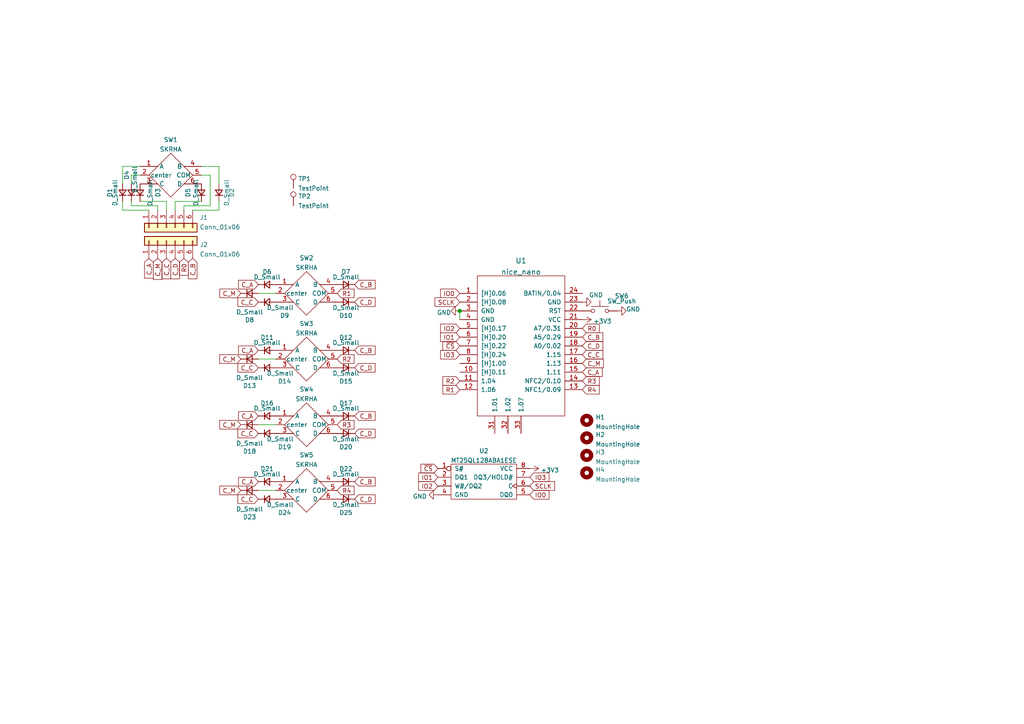
<source format=kicad_sch>
(kicad_sch (version 20211123) (generator eeschema)
  (paper "A4")
  (lib_symbols
    (symbol "Connector:TestPoint" (pin_numbers hide) (pin_names (offset 0.762) hide)
      (property "Reference" "TP" (at 0 6.858 0))
      (property "Value" "TestPoint" (at 0 5.08 0))
      (symbol "TestPoint_0_1"
        (circle (center 0 3.302) (radius 0.762))
      )
      (symbol "TestPoint_1_1"
        (pin passive line (at 0 0 90) (length 2.54) (name "1") (number "1"))
      )
    )
    (symbol "Connector_Generic:Conn_01x06" (pin_names (offset 1.016) hide)
      (property "Reference" "J" (at 0 7.62 0))
      (property "Value" "Conn_01x06" (at 0 -10.16 0))
      (symbol "Conn_01x06_1_1"
        (rectangle (start -1.27 -7.493) (end 0 -7.747) (stroke (width 0.1524)))
        (rectangle (start -1.27 -4.953) (end 0 -5.207) (stroke (width 0.1524)))
        (rectangle (start -1.27 -2.413) (end 0 -2.667) (stroke (width 0.1524)))
        (rectangle (start -1.27 0.127) (end 0 -0.127) (stroke (width 0.1524)))
        (rectangle (start -1.27 2.667) (end 0 2.413) (stroke (width 0.1524)))
        (rectangle (start -1.27 5.207) (end 0 4.953) (stroke (width 0.1524)))
        (rectangle (start -1.27 6.35) (end 1.27 -8.89) (stroke (width 0.254)) (fill (type background)))
        (pin passive line (at -5.08 5.08 0) (length 3.81) (name "Pin_1") (number "1"))
        (pin passive line (at -5.08 2.54 0) (length 3.81) (name "Pin_2") (number "2"))
        (pin passive line (at -5.08 0 0) (length 3.81) (name "Pin_3") (number "3"))
        (pin passive line (at -5.08 -2.54 0) (length 3.81) (name "Pin_4") (number "4"))
        (pin passive line (at -5.08 -5.08 0) (length 3.81) (name "Pin_5") (number "5"))
        (pin passive line (at -5.08 -7.62 0) (length 3.81) (name "Pin_6") (number "6"))
      )
    )
    (symbol "Device:D_Small" (pin_numbers hide) (pin_names (offset 0.254) hide)
      (property "Reference" "D" (at -1.27 2.032 0))
      (property "Value" "D_Small" (at -3.81 -2.032 0))
      (symbol "D_Small_0_1"
        (polyline (pts (xy -0.762 -1.016) (xy -0.762 1.016)) (stroke (width 0.254)))
        (polyline (pts (xy -0.762 0) (xy 0.762 0)))
        (polyline (pts (xy 0.762 -1.016) (xy -0.762 0) (xy 0.762 1.016) (xy 0.762 -1.016)) (stroke (width 0.254)))
      )
      (symbol "D_Small_1_1"
        (pin passive line (at -2.54 0 0) (length 1.778) (name "K") (number "1"))
        (pin passive line (at 2.54 0 180) (length 1.778) (name "A") (number "2"))
      )
    )
    (symbol "Mechanical:MountingHole" (pin_names (offset 1.016))
      (property "Reference" "H" (at 0 5.08 0))
      (property "Value" "MountingHole" (at 0 3.175 0))
      (symbol "MountingHole_0_1"
        (circle (center 0 0) (radius 1.27) (stroke (width 1.27)))
      )
    )
    (symbol "Switch:SW_Push" (pin_numbers hide) (pin_names (offset 1.016) hide)
      (property "Reference" "SW" (at 1.27 2.54 0))
      (property "Value" "SW_Push" (at 0 -1.524 0))
      (symbol "SW_Push_0_1"
        (circle (center -2.032 0) (radius 0.508))
        (polyline (pts (xy 0 1.27) (xy 0 3.048)))
        (polyline (pts (xy 2.54 1.27) (xy -2.54 1.27)))
        (circle (center 2.032 0) (radius 0.508))
        (pin passive line (at -5.08 0 0) (length 2.54) (name "1") (number "1"))
        (pin passive line (at 5.08 0 180) (length 2.54) (name "2") (number "2"))
      )
    )
    (symbol "ic:MT25QL128ABA1ESE" (pin_names (offset 1.016))
      (property "Reference" "U" (at 0 -12.7 0))
      (property "Value" "MT25QL128ABA1ESE" (at -1.27 12.7 0))
      (symbol "MT25QL128ABA1ESE_0_1"
        (rectangle (start -7.62 3.81) (end 11.43 -6.35))
      )
      (symbol "MT25QL128ABA1ESE_1_1"
        (pin input inverted (at -11.43 2.54 0) (length 3.81) (name "S#") (number "1"))
        (pin output line (at -11.43 0 0) (length 3.81) (name "DQ1") (number "2"))
        (pin bidirectional line (at -11.43 -2.54 0) (length 3.81) (name "W#/DQ2") (number "3"))
        (pin power_in line (at -11.43 -5.08 0) (length 3.81) (name "GND") (number "4"))
        (pin input line (at 15.24 -5.08 180) (length 3.81) (name "DQ0") (number "5"))
        (pin input clock (at 15.24 -2.54 180) (length 3.81) (name "C") (number "6"))
        (pin input line (at 15.24 0 180) (length 3.81) (name "DQ3/HOLD#") (number "7"))
        (pin power_in line (at 15.24 2.54 180) (length 3.81) (name "VCC") (number "8"))
      )
    )
    (symbol "nice_nano:nice_nano" (pin_names (offset 1.016))
      (property "Reference" "U" (at 0 0 0))
      (property "Value" "nice_nano" (at 0 2.54 0))
      (symbol "nice_nano_0_1"
        (rectangle (start -12.7 -21.59) (end 12.7 19.05))
      )
      (symbol "nice_nano_1_1"
        (pin input line (at -17.78 13.97 0) (length 5.08) (name "[H]0.06") (number "1"))
        (pin input line (at -17.78 -8.89 0) (length 5.08) (name "[H]0.11") (number "10"))
        (pin input line (at -17.78 -11.43 0) (length 5.08) (name "1.04") (number "11"))
        (pin input line (at -17.78 -13.97 0) (length 5.08) (name "1.06") (number "12"))
        (pin input line (at 17.78 -13.97 180) (length 5.08) (name "NFC1/0.09") (number "13"))
        (pin input line (at 17.78 -11.43 180) (length 5.08) (name "NFC2/0.10") (number "14"))
        (pin input line (at 17.78 -8.89 180) (length 5.08) (name "1.11") (number "15"))
        (pin input line (at 17.78 -6.35 180) (length 5.08) (name "1.13") (number "16"))
        (pin input line (at 17.78 -3.81 180) (length 5.08) (name "1.15") (number "17"))
        (pin input line (at 17.78 -1.27 180) (length 5.08) (name "A0/0.02") (number "18"))
        (pin input line (at 17.78 1.27 180) (length 5.08) (name "A5/0.29") (number "19"))
        (pin input line (at -17.78 11.43 0) (length 5.08) (name "[H]0.08") (number "2"))
        (pin input line (at 17.78 3.81 180) (length 5.08) (name "A7/0.31") (number "20"))
        (pin input line (at 17.78 6.35 180) (length 5.08) (name "VCC") (number "21"))
        (pin input line (at 17.78 8.89 180) (length 5.08) (name "RST") (number "22"))
        (pin input line (at 17.78 11.43 180) (length 5.08) (name "GND") (number "23"))
        (pin input line (at 17.78 13.97 180) (length 5.08) (name "BATIN/0.04") (number "24"))
        (pin input line (at -17.78 8.89 0) (length 5.08) (name "GND") (number "3"))
        (pin input line (at -7.62 -26.67 90) (length 5.08) (name "1.01") (number "31"))
        (pin input line (at -3.81 -26.67 90) (length 5.08) (name "1.02") (number "32"))
        (pin input line (at 0 -26.67 90) (length 5.08) (name "1.07") (number "33"))
        (pin input line (at -17.78 6.35 0) (length 5.08) (name "GND") (number "4"))
        (pin input line (at -17.78 3.81 0) (length 5.08) (name "[H]0.17") (number "5"))
        (pin input line (at -17.78 1.27 0) (length 5.08) (name "[H]0.20") (number "6"))
        (pin input line (at -17.78 -1.27 0) (length 5.08) (name "[H]0.22") (number "7"))
        (pin input line (at -17.78 -3.81 0) (length 5.08) (name "[H]0.24") (number "8"))
        (pin input line (at -17.78 -6.35 0) (length 5.08) (name "[H]1.00") (number "9"))
      )
    )
    (symbol "power:+3V3" (power) (pin_names (offset 0))
      (property "Value" "+3V3" (at 0 3.556 0))
      (symbol "+3V3_0_1"
        (polyline (pts (xy -0.762 1.27) (xy 0 2.54)))
        (polyline (pts (xy 0 0) (xy 0 2.54)))
        (polyline (pts (xy 0 2.54) (xy 0.762 1.27)))
      )
      (symbol "+3V3_1_1"
        (pin power_in line (at 0 0 90) (length 0) hide (name "+3V3") (number "1"))
      )
    )
    (symbol "power:GND" (power) (pin_names (offset 0))
      (property "Value" "GND" (at 0 -3.81 0))
      (symbol "GND_0_1"
        (polyline (pts (xy 0 0) (xy 0 -1.27) (xy 1.27 -1.27) (xy 0 -2.54) (xy -1.27 -1.27) (xy 0 -1.27)))
      )
      (symbol "GND_1_1"
        (pin power_in line (at 0 0 270) (length 0) hide (name "GND") (number "1"))
      )
    )
    (symbol "switch:SKRHA"
      (property "Reference" "SW" (at 0 8.89 0))
      (property "Value" "SKRHA" (at 0 -8.89 0))
      (symbol "SKRHA_0_1"
        (polyline (pts (xy 0 -6.35) (xy 6.35 0) (xy 0 6.35) (xy -6.35 0) (xy 0 -6.35)) (stroke (width 0.1524)))
      )
      (symbol "SKRHA_1_1"
        (pin bidirectional line (at -8.89 2.54 0) (length 5.08) (name "A") (number "1"))
        (pin bidirectional line (at -8.89 0 0) (length 2.54) (name "center") (number "2"))
        (pin bidirectional line (at -8.89 -2.54 0) (length 5.08) (name "C") (number "3"))
        (pin bidirectional line (at 8.89 2.54 180) (length 5.08) (name "B") (number "4"))
        (pin bidirectional line (at 8.89 0 180) (length 2.54) (name "COM") (number "5"))
        (pin bidirectional line (at 8.89 -2.54 180) (length 5.08) (name "D") (number "6"))
      )
    )
  )
  (junction (at 133.35 90.17) (diameter 1.016))
  (wire (pts (xy 133.35 90.17) (xy 133.35 92.71)))
  (wire (pts (xy 40.64 58.42) (xy 48.26 58.42)))
  (wire (pts (xy 48.26 58.42) (xy 48.26 60.96)))
  (wire (pts (xy 35.56 58.42) (xy 35.56 60.96)))
  (wire (pts (xy 43.18 60.96) (xy 35.56 60.96)))
  (wire (pts (xy 38.1 58.42) (xy 38.1 59.69)))
  (wire (pts (xy 45.72 59.69) (xy 38.1 59.69)))
  (wire (pts (xy 45.72 60.96) (xy 45.72 59.69)))
  (wire (pts (xy 35.56 48.26) (xy 40.64 48.26)))
  (wire (pts (xy 35.56 53.34) (xy 35.56 48.26)))
  (wire (pts (xy 55.88 60.96) (xy 63.5 60.96)))
  (wire (pts (xy 63.5 58.42) (xy 63.5 60.96)))
  (wire (pts (xy 74.93 142.24) (xy 80.01 142.24)))
  (wire (pts (xy 58.42 48.26) (xy 63.5 48.26)))
  (wire (pts (xy 63.5 48.26) (xy 63.5 53.34)))
  (wire (pts (xy 74.93 104.14) (xy 80.01 104.14)))
  (wire (pts (xy 74.93 85.09) (xy 80.01 85.09)))
  (wire (pts (xy 50.8 58.42) (xy 58.42 58.42)))
  (wire (pts (xy 50.8 60.96) (xy 50.8 58.42)))
  (wire (pts (xy 38.1 50.8) (xy 40.64 50.8)))
  (wire (pts (xy 38.1 53.34) (xy 38.1 50.8)))
  (wire (pts (xy 53.34 59.69) (xy 60.96 59.69)))
  (wire (pts (xy 53.34 60.96) (xy 53.34 59.69)))
  (wire (pts (xy 58.42 50.8) (xy 60.96 50.8)))
  (wire (pts (xy 60.96 59.69) (xy 60.96 50.8)))
  (wire (pts (xy 74.93 123.19) (xy 80.01 123.19)))
  (global_label "C_A" (shape input) (at 74.93 120.65 180) (property "Intersheet References" "${INTERSHEET_REFS}" (effects hide)))
  (global_label "IO0" (shape input) (at 133.35 85.09 180) (property "Intersheet References" "${INTERSHEET_REFS}" (effects hide)))
  (global_label "C_M" (shape input) (at 168.91 105.41 0) (property "Intersheet References" "${INTERSHEET_REFS}" (effects hide)))
  (global_label "C_D" (shape input) (at 102.87 144.78 0) (property "Intersheet References" "${INTERSHEET_REFS}" (effects hide)))
  (global_label "C_C" (shape input) (at 74.93 106.68 180) (property "Intersheet References" "${INTERSHEET_REFS}" (effects hide)))
  (global_label "C_A" (shape input) (at 43.18 74.93 270) (property "Intersheet References" "${INTERSHEET_REFS}" (effects hide)))
  (global_label "C_M" (shape input) (at 69.85 123.19 180) (property "Intersheet References" "${INTERSHEET_REFS}" (effects hide)))
  (global_label "R1" (shape input) (at 133.35 113.03 180) (property "Intersheet References" "${INTERSHEET_REFS}" (effects hide)))
  (global_label "IO2" (shape input) (at 133.35 95.25 180) (property "Intersheet References" "${INTERSHEET_REFS}" (effects hide)))
  (global_label "R2" (shape input) (at 133.35 110.49 180) (property "Intersheet References" "${INTERSHEET_REFS}" (effects hide)))
  (global_label "C_B" (shape input) (at 102.87 120.65 0) (property "Intersheet References" "${INTERSHEET_REFS}" (effects hide)))
  (global_label "R0" (shape input) (at 53.34 74.93 270) (property "Intersheet References" "${INTERSHEET_REFS}" (effects hide)))
  (global_label "R3" (shape input) (at 97.79 123.19 0) (property "Intersheet References" "${INTERSHEET_REFS}" (effects hide)))
  (global_label "C_C" (shape input) (at 74.93 144.78 180) (property "Intersheet References" "${INTERSHEET_REFS}" (effects hide)))
  (global_label "C_B" (shape input) (at 102.87 101.6 0) (property "Intersheet References" "${INTERSHEET_REFS}" (effects hide)))
  (global_label "C_D" (shape input) (at 168.91 100.33 0) (property "Intersheet References" "${INTERSHEET_REFS}" (effects hide)))
  (global_label "IO1" (shape input) (at 133.35 97.79 180) (property "Intersheet References" "${INTERSHEET_REFS}" (effects hide)))
  (global_label "C_B" (shape input) (at 102.87 139.7 0) (property "Intersheet References" "${INTERSHEET_REFS}" (effects hide)))
  (global_label "IO0" (shape input) (at 153.67 143.51 0) (property "Intersheet References" "${INTERSHEET_REFS}" (effects hide)))
  (global_label "C_M" (shape input) (at 69.85 104.14 180) (property "Intersheet References" "${INTERSHEET_REFS}" (effects hide)))
  (global_label "C_M" (shape input) (at 45.72 74.93 270) (property "Intersheet References" "${INTERSHEET_REFS}" (effects hide)))
  (global_label "C_A" (shape input) (at 168.91 107.95 0) (property "Intersheet References" "${INTERSHEET_REFS}" (effects hide)))
  (global_label "R2" (shape input) (at 97.79 104.14 0) (property "Intersheet References" "${INTERSHEET_REFS}" (effects hide)))
  (global_label "IO3" (shape input) (at 133.35 102.87 180) (property "Intersheet References" "${INTERSHEET_REFS}" (effects hide)))
  (global_label "C_C" (shape input) (at 168.91 102.87 0) (property "Intersheet References" "${INTERSHEET_REFS}" (effects hide)))
  (global_label "SCLK" (shape input) (at 133.35 87.63 180) (property "Intersheet References" "${INTERSHEET_REFS}" (effects hide)))
  (global_label "R1" (shape input) (at 97.79 85.09 0) (property "Intersheet References" "${INTERSHEET_REFS}" (effects hide)))
  (global_label "R3" (shape input) (at 168.91 110.49 0) (property "Intersheet References" "${INTERSHEET_REFS}" (effects hide)))
  (global_label "C_A" (shape input) (at 74.93 101.6 180) (property "Intersheet References" "${INTERSHEET_REFS}" (effects hide)))
  (global_label "C_B" (shape input) (at 55.88 74.93 270) (property "Intersheet References" "${INTERSHEET_REFS}" (effects hide)))
  (global_label "R4" (shape input) (at 168.91 113.03 0) (property "Intersheet References" "${INTERSHEET_REFS}" (effects hide)))
  (global_label "~{CS}" (shape input) (at 133.35 100.33 180) (property "Intersheet References" "${INTERSHEET_REFS}" (effects hide)))
  (global_label "C_D" (shape input) (at 50.8 74.93 270) (property "Intersheet References" "${INTERSHEET_REFS}" (effects hide)))
  (global_label "C_C" (shape input) (at 48.26 74.93 270) (property "Intersheet References" "${INTERSHEET_REFS}" (effects hide)))
  (global_label "C_A" (shape input) (at 74.93 82.55 180) (property "Intersheet References" "${INTERSHEET_REFS}" (effects hide)))
  (global_label "C_C" (shape input) (at 74.93 87.63 180) (property "Intersheet References" "${INTERSHEET_REFS}" (effects hide)))
  (global_label "C_C" (shape input) (at 74.93 125.73 180) (property "Intersheet References" "${INTERSHEET_REFS}" (effects hide)))
  (global_label "IO2" (shape input) (at 127 140.97 180) (property "Intersheet References" "${INTERSHEET_REFS}" (effects hide)))
  (global_label "C_B" (shape input) (at 168.91 97.79 0) (property "Intersheet References" "${INTERSHEET_REFS}" (effects hide)))
  (global_label "~{CS}" (shape input) (at 127 135.89 180) (property "Intersheet References" "${INTERSHEET_REFS}" (effects hide)))
  (global_label "C_A" (shape input) (at 74.93 139.7 180) (property "Intersheet References" "${INTERSHEET_REFS}" (effects hide)))
  (global_label "R0" (shape input) (at 168.91 95.25 0) (property "Intersheet References" "${INTERSHEET_REFS}" (effects hide)))
  (global_label "C_D" (shape input) (at 102.87 106.68 0) (property "Intersheet References" "${INTERSHEET_REFS}" (effects hide)))
  (global_label "C_M" (shape input) (at 69.85 142.24 180) (property "Intersheet References" "${INTERSHEET_REFS}" (effects hide)))
  (global_label "R4" (shape input) (at 97.79 142.24 0) (property "Intersheet References" "${INTERSHEET_REFS}" (effects hide)))
  (global_label "SCLK" (shape input) (at 153.67 140.97 0) (property "Intersheet References" "${INTERSHEET_REFS}" (effects hide)))
  (global_label "IO3" (shape input) (at 153.67 138.43 0) (property "Intersheet References" "${INTERSHEET_REFS}" (effects hide)))
  (global_label "IO1" (shape input) (at 127 138.43 180) (property "Intersheet References" "${INTERSHEET_REFS}" (effects hide)))
  (global_label "C_M" (shape input) (at 69.85 85.09 180) (property "Intersheet References" "${INTERSHEET_REFS}" (effects hide)))
  (global_label "C_D" (shape input) (at 102.87 87.63 0) (property "Intersheet References" "${INTERSHEET_REFS}" (effects hide)))
  (global_label "C_B" (shape input) (at 102.87 82.55 0) (property "Intersheet References" "${INTERSHEET_REFS}" (effects hide)))
  (global_label "C_D" (shape input) (at 102.87 125.73 0) (property "Intersheet References" "${INTERSHEET_REFS}" (effects hide)))
  (symbol (lib_id "nice_nano:nice_nano") (at 151.13 99.06 0) (unit 1)
    (property "Reference" "U1" (at 151.13 75.606 0) (effects (font (size 1.524 1.524))))
    (property "Value" "nice_nano" (at 151.13 78.885 0) (effects (font (size 1.524 1.524))))
    (property "Footprint" "nice-nano-kicad:nice_nano" (effects hide))
  )
  (symbol (lib_id "Device:D_Small") (at 77.47 106.68 0) (unit 1)
    (property "Reference" "D14" (at 82.55 110.5874 0))
    (property "Value" "D_Small" (at 81.28 108.2825 0))
    (property "Footprint" "Diode_SMD:D_SOD-123" (effects hide))
  )
  (symbol (lib_id "Connector_Generic:Conn_01x06") (at 48.26 69.85 90) (unit 1)
    (property "Reference" "J2" (at 57.9121 70.9735 90) (effects (justify right)))
    (property "Value" "Conn_01x06" (at 57.9121 73.7486 90) (effects (justify right)))
    (property "Footprint" "clawor:conn" (effects hide))
  )
  (symbol (lib_id "Mechanical:MountingHole") (at 170.18 121.92 0) (unit 1)
    (property "Reference" "H1" (at 172.7201 121.0115 0) (effects (justify left)))
    (property "Value" "MountingHole" (at 172.7201 123.7866 0) (effects (justify left)))
    (property "Footprint" "Keebio-Parts:breakaway-mousebites" (effects hide))
  )
  (symbol (lib_id "Device:D_Small") (at 72.39 142.24 0) (unit 1)
    (property "Reference" "D23" (at 72.39 149.9574 0))
    (property "Value" "D_Small" (at 72.39 147.6525 0))
    (property "Footprint" "Diode_SMD:D_SOD-123" (effects hide))
  )
  (symbol (lib_id "switch:SKRHA") (at 88.9 104.14 0) (unit 1)
    (property "Reference" "SW3" (at 88.9 93.8743 0))
    (property "Value" "SKRHA" (at 88.9 96.6494 0))
    (property "Footprint" "switch:SKRHA-boss" (effects hide))
  )
  (symbol (lib_id "Device:D_Small") (at 38.1 55.88 90) (unit 1)
    (property "Reference" "D3" (at 45.8174 55.88 0))
    (property "Value" "D_Small" (at 43.5125 55.88 0))
    (property "Footprint" "Diode_SMD:D_SOD-123" (effects hide))
  )
  (symbol (lib_id "Device:D_Small") (at 35.56 55.88 90) (unit 1)
    (property "Reference" "D1" (at 31.8474 55.88 0))
    (property "Value" "D_Small" (at 33.3525 55.88 0))
    (property "Footprint" "Diode_SMD:D_SOD-123" (effects hide))
  )
  (symbol (lib_id "Device:D_Small") (at 72.39 104.14 0) (unit 1)
    (property "Reference" "D13" (at 72.39 111.8574 0))
    (property "Value" "D_Small" (at 72.39 109.5525 0))
    (property "Footprint" "Diode_SMD:D_SOD-123" (effects hide))
  )
  (symbol (lib_id "Device:D_Small") (at 77.47 139.7 0) (unit 1)
    (property "Reference" "D21" (at 77.47 135.9874 0))
    (property "Value" "D_Small" (at 77.47 137.4925 0))
    (property "Footprint" "Diode_SMD:D_SOD-123" (effects hide))
  )
  (symbol (lib_id "Device:D_Small") (at 77.47 101.6 0) (unit 1)
    (property "Reference" "D11" (at 77.47 97.8874 0))
    (property "Value" "D_Small" (at 77.47 99.3925 0))
    (property "Footprint" "Diode_SMD:D_SOD-123" (effects hide))
  )
  (symbol (lib_id "Device:D_Small") (at 100.33 82.55 0) (mirror y) (unit 1)
    (property "Reference" "D7" (at 100.33 78.8374 0))
    (property "Value" "D_Small" (at 100.33 80.3425 0))
    (property "Footprint" "Diode_SMD:D_SOD-123" (effects hide))
  )
  (symbol (lib_id "Device:D_Small") (at 77.47 144.78 0) (unit 1)
    (property "Reference" "D24" (at 82.55 148.6874 0))
    (property "Value" "D_Small" (at 81.28 146.3825 0))
    (property "Footprint" "Diode_SMD:D_SOD-123" (effects hide))
  )
  (symbol (lib_id "Device:D_Small") (at 77.47 120.65 0) (unit 1)
    (property "Reference" "D16" (at 77.47 116.9374 0))
    (property "Value" "D_Small" (at 77.47 118.4425 0))
    (property "Footprint" "Diode_SMD:D_SOD-123" (effects hide))
  )
  (symbol (lib_id "switch:SKRHA") (at 88.9 123.19 0) (unit 1)
    (property "Reference" "SW4" (at 88.9 112.9243 0))
    (property "Value" "SKRHA" (at 88.9 115.6994 0))
    (property "Footprint" "switch:SKRHA-boss" (effects hide))
  )
  (symbol (lib_id "Connector_Generic:Conn_01x06") (at 48.26 66.04 90) (mirror x) (unit 1)
    (property "Reference" "J1" (at 57.9121 63.0995 90) (effects (justify right)))
    (property "Value" "Conn_01x06" (at 57.9121 65.8746 90) (effects (justify right)))
    (property "Footprint" "clawor:conn" (effects hide))
  )
  (symbol (lib_id "ic:MT25QL128ABA1ESE") (at 138.43 138.43 0) (unit 1)
    (property "Reference" "U2" (at 140.335 130.7805 0))
    (property "Value" "MT25QL128ABA1ESE" (at 140.335 133.5556 0))
    (property "Footprint" "Package_SO:SOIC-8_5.23x5.23mm_P1.27mm" (effects hide))
  )
  (symbol (lib_id "Device:D_Small") (at 63.5 55.88 270) (mirror x) (unit 1)
    (property "Reference" "D2" (at 67.2126 55.88 0))
    (property "Value" "D_Small" (at 65.7075 55.88 0))
    (property "Footprint" "Diode_SMD:D_SOD-123" (effects hide))
  )
  (symbol (lib_id "Device:D_Small") (at 77.47 87.63 0) (unit 1)
    (property "Reference" "D9" (at 82.55 91.5374 0))
    (property "Value" "D_Small" (at 81.28 89.2325 0))
    (property "Footprint" "Diode_SMD:D_SOD-123" (effects hide))
  )
  (symbol (lib_id "Connector:TestPoint") (at 85.09 59.69 0) (unit 1)
    (property "Reference" "TP2" (at 86.4871 56.94 0) (effects (justify left)))
    (property "Value" "TestPoint" (at 86.4871 59.7151 0) (effects (justify left)))
    (property "Footprint" "TestPoint:TestPoint_Pad_D2.0mm" (effects hide))
  )
  (symbol (lib_id "Device:D_Small") (at 100.33 106.68 0) (mirror y) (unit 1)
    (property "Reference" "D15" (at 100.33 110.5874 0))
    (property "Value" "D_Small" (at 100.33 108.2825 0))
    (property "Footprint" "Diode_SMD:D_SOD-123" (effects hide))
  )
  (symbol (lib_id "Device:D_Small") (at 77.47 82.55 0) (unit 1)
    (property "Reference" "D6" (at 77.47 78.8374 0))
    (property "Value" "D_Small" (at 77.47 80.3425 0))
    (property "Footprint" "Diode_SMD:D_SOD-123" (effects hide))
  )
  (symbol (lib_id "switch:SKRHA") (at 88.9 142.24 0) (unit 1)
    (property "Reference" "SW5" (at 88.9 131.9743 0))
    (property "Value" "SKRHA" (at 88.9 134.7494 0))
    (property "Footprint" "switch:SKRHA-boss" (effects hide))
  )
  (symbol (lib_id "Device:D_Small") (at 100.33 125.73 0) (mirror y) (unit 1)
    (property "Reference" "D20" (at 100.33 129.6374 0))
    (property "Value" "D_Small" (at 100.33 127.3325 0))
    (property "Footprint" "Diode_SMD:D_SOD-123" (effects hide))
  )
  (symbol (lib_id "switch:SKRHA") (at 49.53 50.8 0) (unit 1)
    (property "Reference" "SW1" (at 49.53 40.5343 0))
    (property "Value" "SKRHA" (at 49.53 43.3094 0))
    (property "Footprint" "switch:SKRHA-boss" (effects hide))
  )
  (symbol (lib_id "power:+3V3") (at 153.67 135.89 270) (unit 1)
    (property "Reference" "#PWR0102" (effects hide))
    (property "Value" "+3V3" (at 156.845 136.369 90) (effects (justify left)))
  )
  (symbol (lib_id "Mechanical:MountingHole") (at 170.18 127 0) (unit 1)
    (property "Reference" "H2" (at 172.7201 126.0915 0) (effects (justify left)))
    (property "Value" "MountingHole" (at 172.7201 128.8666 0) (effects (justify left)))
    (property "Footprint" "Keebio-Parts:breakaway-mousebites" (effects hide))
  )
  (symbol (lib_id "Device:D_Small") (at 72.39 85.09 0) (unit 1)
    (property "Reference" "D8" (at 72.39 92.8074 0))
    (property "Value" "D_Small" (at 72.39 90.5025 0))
    (property "Footprint" "Diode_SMD:D_SOD-123" (effects hide))
  )
  (symbol (lib_id "Device:D_Small") (at 100.33 87.63 0) (mirror y) (unit 1)
    (property "Reference" "D10" (at 100.33 91.5374 0))
    (property "Value" "D_Small" (at 100.33 89.2325 0))
    (property "Footprint" "Diode_SMD:D_SOD-123" (effects hide))
  )
  (symbol (lib_id "switch:SKRHA") (at 88.9 85.09 0) (unit 1)
    (property "Reference" "SW2" (at 88.9 74.8243 0))
    (property "Value" "SKRHA" (at 88.9 77.5994 0))
    (property "Footprint" "switch:SKRHA-boss" (effects hide))
  )
  (symbol (lib_id "Device:D_Small") (at 100.33 144.78 0) (mirror y) (unit 1)
    (property "Reference" "D25" (at 100.33 148.6874 0))
    (property "Value" "D_Small" (at 100.33 146.3825 0))
    (property "Footprint" "Diode_SMD:D_SOD-123" (effects hide))
  )
  (symbol (lib_id "power:GND") (at 133.35 90.17 270) (unit 1)
    (property "Reference" "#PWR02" (effects hide))
    (property "Value" "GND" (at 126.7461 90.649 90) (effects (justify left)))
  )
  (symbol (lib_id "Device:D_Small") (at 40.64 55.88 270) (mirror x) (unit 1)
    (property "Reference" "D4" (at 36.7326 50.8 0))
    (property "Value" "D_Small" (at 39.0375 52.07 0))
    (property "Footprint" "Diode_SMD:D_SOD-123" (effects hide))
  )
  (symbol (lib_id "Device:D_Small") (at 58.42 55.88 270) (mirror x) (unit 1)
    (property "Reference" "D5" (at 54.5126 55.88 0))
    (property "Value" "D_Small" (at 56.8175 55.88 0))
    (property "Footprint" "Diode_SMD:D_SOD-123" (effects hide))
  )
  (symbol (lib_id "Mechanical:MountingHole") (at 170.18 132.08 0) (unit 1)
    (property "Reference" "H3" (at 172.7201 131.1715 0) (effects (justify left)))
    (property "Value" "MountingHole" (at 172.7201 133.9466 0) (effects (justify left)))
    (property "Footprint" "MountingHole:MountingHole_2mm" (effects hide))
  )
  (symbol (lib_id "Device:D_Small") (at 100.33 120.65 0) (mirror y) (unit 1)
    (property "Reference" "D17" (at 100.33 116.9374 0))
    (property "Value" "D_Small" (at 100.33 118.4425 0))
    (property "Footprint" "Diode_SMD:D_SOD-123" (effects hide))
  )
  (symbol (lib_id "power:+3V3") (at 168.91 92.71 270) (unit 1)
    (property "Reference" "#PWR0103" (effects hide))
    (property "Value" "+3V3" (at 172.0851 93.189 90) (effects (justify left)))
  )
  (symbol (lib_id "Switch:SW_Push") (at 173.99 90.17 0) (unit 1)
    (property "Reference" "SW6" (at 180.34 85.8224 0))
    (property "Value" "SW_Push" (at 180.34 87.3275 0))
    (property "Footprint" "Button_Switch_SMD:SW_SPST_TL3342" (effects hide))
  )
  (symbol (lib_id "Device:D_Small") (at 77.47 125.73 0) (unit 1)
    (property "Reference" "D19" (at 82.55 129.6374 0))
    (property "Value" "D_Small" (at 81.28 127.3325 0))
    (property "Footprint" "Diode_SMD:D_SOD-123" (effects hide))
  )
  (symbol (lib_id "Device:D_Small") (at 72.39 123.19 0) (unit 1)
    (property "Reference" "D18" (at 72.39 130.9074 0))
    (property "Value" "D_Small" (at 72.39 128.6025 0))
    (property "Footprint" "Diode_SMD:D_SOD-123" (effects hide))
  )
  (symbol (lib_id "Mechanical:MountingHole") (at 170.18 137.16 0) (unit 1)
    (property "Reference" "H4" (at 172.7201 136.2515 0) (effects (justify left)))
    (property "Value" "MountingHole" (at 172.7201 139.0266 0) (effects (justify left)))
    (property "Footprint" "MountingHole:MountingHole_2mm" (effects hide))
  )
  (symbol (lib_id "power:GND") (at 168.91 87.63 90) (unit 1)
    (property "Reference" "#PWR01" (effects hide))
    (property "Value" "GND" (at 170.8151 85.569 90) (effects (justify right)))
  )
  (symbol (lib_id "power:GND") (at 127 143.51 270) (unit 1)
    (property "Reference" "#PWR0101" (effects hide))
    (property "Value" "GND" (at 123.8251 143.989 90) (effects (justify right)))
  )
  (symbol (lib_id "Device:D_Small") (at 100.33 139.7 0) (mirror y) (unit 1)
    (property "Reference" "D22" (at 100.33 135.9874 0))
    (property "Value" "D_Small" (at 100.33 137.4925 0))
    (property "Footprint" "Diode_SMD:D_SOD-123" (effects hide))
  )
  (symbol (lib_id "Connector:TestPoint") (at 85.09 54.61 0) (unit 1)
    (property "Reference" "TP1" (at 86.4871 51.86 0) (effects (justify left)))
    (property "Value" "TestPoint" (at 86.4871 54.6351 0) (effects (justify left)))
    (property "Footprint" "TestPoint:TestPoint_Pad_D2.0mm" (effects hide))
  )
  (symbol (lib_id "Device:D_Small") (at 100.33 101.6 0) (mirror y) (unit 1)
    (property "Reference" "D12" (at 100.33 97.8874 0))
    (property "Value" "D_Small" (at 100.33 99.3925 0))
    (property "Footprint" "Diode_SMD:D_SOD-123" (effects hide))
  )
  (symbol (lib_id "power:GND") (at 179.07 90.17 90) (unit 1)
    (property "Reference" "#PWR0104" (effects hide))
    (property "Value" "GND" (at 185.6739 89.691 90) (effects (justify left)))
  )
)
</source>
